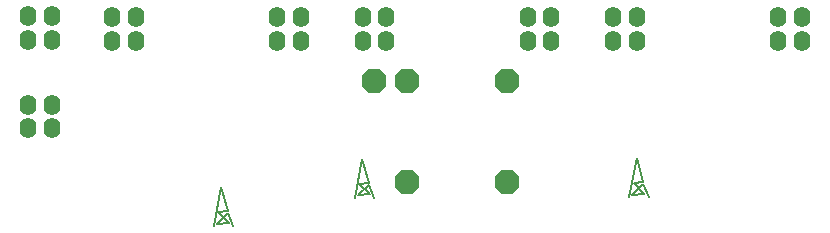
<source format=gts>
G04*
G04 #@! TF.GenerationSoftware,Altium Limited,Altium Designer,19.1.5 (86)*
G04*
G04 Layer_Color=8388736*
%FSLAX25Y25*%
%MOIN*%
G70*
G01*
G75*
%ADD48C,0.00800*%
%ADD51P,0.08956X8X337.5*%
%ADD52O,0.05518X0.06935*%
D48*
X120716Y20700D02*
X122616Y16300D01*
X118616Y29300D02*
X120916Y21300D01*
X117616Y21000D02*
X121216Y17400D01*
X117616Y21000D02*
X120916Y21300D01*
X117216Y17100D02*
X121216Y17400D01*
X117216Y17100D02*
X120716Y20700D01*
X116116Y16300D02*
X118616Y29300D01*
X69139Y6800D02*
X71639Y19800D01*
X70239Y7600D02*
X73739Y11200D01*
X70239Y7600D02*
X74239Y7900D01*
X70639Y11500D02*
X73939Y11800D01*
X70639Y11500D02*
X74239Y7900D01*
X71639Y19800D02*
X73939Y11800D01*
X73739Y11200D02*
X75639Y6800D01*
X212143Y20950D02*
X214043Y16550D01*
X210043Y29550D02*
X212343Y21550D01*
X209043Y21250D02*
X212643Y17650D01*
X209043Y21250D02*
X212343Y21550D01*
X208643Y17350D02*
X212643Y17650D01*
X208643Y17350D02*
X212143Y20950D01*
X207543Y16550D02*
X210043Y29550D01*
D51*
X133512Y55103D02*
D03*
X133512Y21697D02*
D03*
X166919Y21697D02*
D03*
X166919Y55103D02*
D03*
X122377D02*
D03*
D52*
X7204Y68988D02*
D03*
X15078D02*
D03*
Y76862D02*
D03*
X7204D02*
D03*
Y39454D02*
D03*
X15078D02*
D03*
Y47329D02*
D03*
X7204D02*
D03*
X118797Y76461D02*
D03*
X126671D02*
D03*
Y68587D02*
D03*
X118797D02*
D03*
X173758D02*
D03*
X181632D02*
D03*
Y76461D02*
D03*
X173758D02*
D03*
X35320Y76462D02*
D03*
X43194D02*
D03*
Y68588D02*
D03*
X35320D02*
D03*
X90281D02*
D03*
X98155D02*
D03*
Y76462D02*
D03*
X90281D02*
D03*
X202274Y76462D02*
D03*
X210148D02*
D03*
Y68588D02*
D03*
X202274D02*
D03*
X257235D02*
D03*
X265109D02*
D03*
Y76462D02*
D03*
X257235D02*
D03*
M02*

</source>
